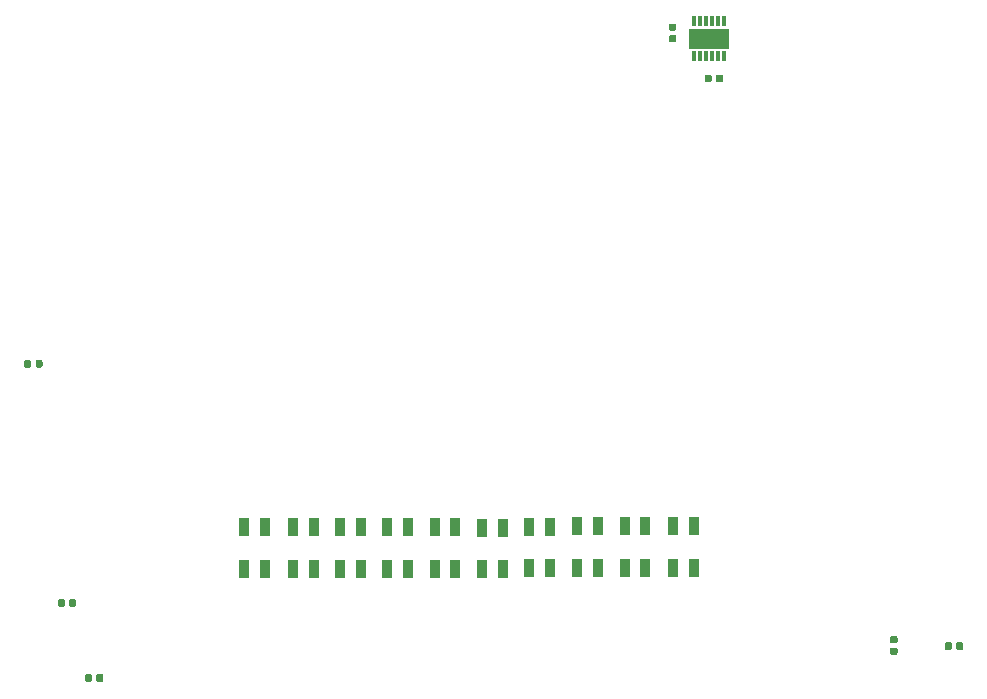
<source format=gbr>
G04 #@! TF.GenerationSoftware,KiCad,Pcbnew,5.1.2-f72e74a~84~ubuntu18.04.1*
G04 #@! TF.CreationDate,2019-09-03T03:43:08+02:00*
G04 #@! TF.ProjectId,myo_shield_pcb,6d796f5f-7368-4696-956c-645f7063622e,rev?*
G04 #@! TF.SameCoordinates,Original*
G04 #@! TF.FileFunction,Paste,Top*
G04 #@! TF.FilePolarity,Positive*
%FSLAX46Y46*%
G04 Gerber Fmt 4.6, Leading zero omitted, Abs format (unit mm)*
G04 Created by KiCad (PCBNEW 5.1.2-f72e74a~84~ubuntu18.04.1) date 2019-09-03 03:43:08*
%MOMM*%
%LPD*%
G04 APERTURE LIST*
%ADD10C,0.025400*%
%ADD11C,0.100000*%
%ADD12C,0.590000*%
%ADD13R,3.403600X1.803400*%
%ADD14R,0.304800X0.812800*%
%ADD15R,0.850000X1.600000*%
G04 APERTURE END LIST*
D10*
G36*
X174953600Y-84164500D02*
G01*
X176455400Y-84164500D01*
X176455400Y-82561100D01*
X174953600Y-82561100D01*
X174953600Y-84164500D01*
G37*
X174953600Y-84164500D02*
X176455400Y-84164500D01*
X176455400Y-82561100D01*
X174953600Y-82561100D01*
X174953600Y-84164500D01*
G36*
X173251800Y-84164500D02*
G01*
X174753600Y-84164500D01*
X174753600Y-82561100D01*
X173251800Y-82561100D01*
X173251800Y-84164500D01*
G37*
X173251800Y-84164500D02*
X174753600Y-84164500D01*
X174753600Y-82561100D01*
X173251800Y-82561100D01*
X173251800Y-84164500D01*
D11*
G36*
X175906958Y-86421710D02*
G01*
X175921276Y-86423834D01*
X175935317Y-86427351D01*
X175948946Y-86432228D01*
X175962031Y-86438417D01*
X175974447Y-86445858D01*
X175986073Y-86454481D01*
X175996798Y-86464202D01*
X176006519Y-86474927D01*
X176015142Y-86486553D01*
X176022583Y-86498969D01*
X176028772Y-86512054D01*
X176033649Y-86525683D01*
X176037166Y-86539724D01*
X176039290Y-86554042D01*
X176040000Y-86568500D01*
X176040000Y-86913500D01*
X176039290Y-86927958D01*
X176037166Y-86942276D01*
X176033649Y-86956317D01*
X176028772Y-86969946D01*
X176022583Y-86983031D01*
X176015142Y-86995447D01*
X176006519Y-87007073D01*
X175996798Y-87017798D01*
X175986073Y-87027519D01*
X175974447Y-87036142D01*
X175962031Y-87043583D01*
X175948946Y-87049772D01*
X175935317Y-87054649D01*
X175921276Y-87058166D01*
X175906958Y-87060290D01*
X175892500Y-87061000D01*
X175597500Y-87061000D01*
X175583042Y-87060290D01*
X175568724Y-87058166D01*
X175554683Y-87054649D01*
X175541054Y-87049772D01*
X175527969Y-87043583D01*
X175515553Y-87036142D01*
X175503927Y-87027519D01*
X175493202Y-87017798D01*
X175483481Y-87007073D01*
X175474858Y-86995447D01*
X175467417Y-86983031D01*
X175461228Y-86969946D01*
X175456351Y-86956317D01*
X175452834Y-86942276D01*
X175450710Y-86927958D01*
X175450000Y-86913500D01*
X175450000Y-86568500D01*
X175450710Y-86554042D01*
X175452834Y-86539724D01*
X175456351Y-86525683D01*
X175461228Y-86512054D01*
X175467417Y-86498969D01*
X175474858Y-86486553D01*
X175483481Y-86474927D01*
X175493202Y-86464202D01*
X175503927Y-86454481D01*
X175515553Y-86445858D01*
X175527969Y-86438417D01*
X175541054Y-86432228D01*
X175554683Y-86427351D01*
X175568724Y-86423834D01*
X175583042Y-86421710D01*
X175597500Y-86421000D01*
X175892500Y-86421000D01*
X175906958Y-86421710D01*
X175906958Y-86421710D01*
G37*
D12*
X175745000Y-86741000D03*
D11*
G36*
X174936958Y-86421710D02*
G01*
X174951276Y-86423834D01*
X174965317Y-86427351D01*
X174978946Y-86432228D01*
X174992031Y-86438417D01*
X175004447Y-86445858D01*
X175016073Y-86454481D01*
X175026798Y-86464202D01*
X175036519Y-86474927D01*
X175045142Y-86486553D01*
X175052583Y-86498969D01*
X175058772Y-86512054D01*
X175063649Y-86525683D01*
X175067166Y-86539724D01*
X175069290Y-86554042D01*
X175070000Y-86568500D01*
X175070000Y-86913500D01*
X175069290Y-86927958D01*
X175067166Y-86942276D01*
X175063649Y-86956317D01*
X175058772Y-86969946D01*
X175052583Y-86983031D01*
X175045142Y-86995447D01*
X175036519Y-87007073D01*
X175026798Y-87017798D01*
X175016073Y-87027519D01*
X175004447Y-87036142D01*
X174992031Y-87043583D01*
X174978946Y-87049772D01*
X174965317Y-87054649D01*
X174951276Y-87058166D01*
X174936958Y-87060290D01*
X174922500Y-87061000D01*
X174627500Y-87061000D01*
X174613042Y-87060290D01*
X174598724Y-87058166D01*
X174584683Y-87054649D01*
X174571054Y-87049772D01*
X174557969Y-87043583D01*
X174545553Y-87036142D01*
X174533927Y-87027519D01*
X174523202Y-87017798D01*
X174513481Y-87007073D01*
X174504858Y-86995447D01*
X174497417Y-86983031D01*
X174491228Y-86969946D01*
X174486351Y-86956317D01*
X174482834Y-86942276D01*
X174480710Y-86927958D01*
X174480000Y-86913500D01*
X174480000Y-86568500D01*
X174480710Y-86554042D01*
X174482834Y-86539724D01*
X174486351Y-86525683D01*
X174491228Y-86512054D01*
X174497417Y-86498969D01*
X174504858Y-86486553D01*
X174513481Y-86474927D01*
X174523202Y-86464202D01*
X174533927Y-86454481D01*
X174545553Y-86445858D01*
X174557969Y-86438417D01*
X174571054Y-86432228D01*
X174584683Y-86427351D01*
X174598724Y-86423834D01*
X174613042Y-86421710D01*
X174627500Y-86421000D01*
X174922500Y-86421000D01*
X174936958Y-86421710D01*
X174936958Y-86421710D01*
G37*
D12*
X174775000Y-86741000D03*
D13*
X174853600Y-83362800D03*
D14*
X173603600Y-81915000D03*
X174103600Y-81915000D03*
X174603600Y-81915000D03*
X175103600Y-81915000D03*
X175603600Y-81915000D03*
X176103600Y-81915000D03*
X176103600Y-84810600D03*
X175603600Y-84810600D03*
X175103600Y-84810600D03*
X174603600Y-84810600D03*
X174103600Y-84810600D03*
X173603600Y-84810600D03*
D11*
G36*
X171967158Y-83068510D02*
G01*
X171981476Y-83070634D01*
X171995517Y-83074151D01*
X172009146Y-83079028D01*
X172022231Y-83085217D01*
X172034647Y-83092658D01*
X172046273Y-83101281D01*
X172056998Y-83111002D01*
X172066719Y-83121727D01*
X172075342Y-83133353D01*
X172082783Y-83145769D01*
X172088972Y-83158854D01*
X172093849Y-83172483D01*
X172097366Y-83186524D01*
X172099490Y-83200842D01*
X172100200Y-83215300D01*
X172100200Y-83510300D01*
X172099490Y-83524758D01*
X172097366Y-83539076D01*
X172093849Y-83553117D01*
X172088972Y-83566746D01*
X172082783Y-83579831D01*
X172075342Y-83592247D01*
X172066719Y-83603873D01*
X172056998Y-83614598D01*
X172046273Y-83624319D01*
X172034647Y-83632942D01*
X172022231Y-83640383D01*
X172009146Y-83646572D01*
X171995517Y-83651449D01*
X171981476Y-83654966D01*
X171967158Y-83657090D01*
X171952700Y-83657800D01*
X171607700Y-83657800D01*
X171593242Y-83657090D01*
X171578924Y-83654966D01*
X171564883Y-83651449D01*
X171551254Y-83646572D01*
X171538169Y-83640383D01*
X171525753Y-83632942D01*
X171514127Y-83624319D01*
X171503402Y-83614598D01*
X171493681Y-83603873D01*
X171485058Y-83592247D01*
X171477617Y-83579831D01*
X171471428Y-83566746D01*
X171466551Y-83553117D01*
X171463034Y-83539076D01*
X171460910Y-83524758D01*
X171460200Y-83510300D01*
X171460200Y-83215300D01*
X171460910Y-83200842D01*
X171463034Y-83186524D01*
X171466551Y-83172483D01*
X171471428Y-83158854D01*
X171477617Y-83145769D01*
X171485058Y-83133353D01*
X171493681Y-83121727D01*
X171503402Y-83111002D01*
X171514127Y-83101281D01*
X171525753Y-83092658D01*
X171538169Y-83085217D01*
X171551254Y-83079028D01*
X171564883Y-83074151D01*
X171578924Y-83070634D01*
X171593242Y-83068510D01*
X171607700Y-83067800D01*
X171952700Y-83067800D01*
X171967158Y-83068510D01*
X171967158Y-83068510D01*
G37*
D12*
X171780200Y-83362800D03*
D11*
G36*
X171967158Y-82098510D02*
G01*
X171981476Y-82100634D01*
X171995517Y-82104151D01*
X172009146Y-82109028D01*
X172022231Y-82115217D01*
X172034647Y-82122658D01*
X172046273Y-82131281D01*
X172056998Y-82141002D01*
X172066719Y-82151727D01*
X172075342Y-82163353D01*
X172082783Y-82175769D01*
X172088972Y-82188854D01*
X172093849Y-82202483D01*
X172097366Y-82216524D01*
X172099490Y-82230842D01*
X172100200Y-82245300D01*
X172100200Y-82540300D01*
X172099490Y-82554758D01*
X172097366Y-82569076D01*
X172093849Y-82583117D01*
X172088972Y-82596746D01*
X172082783Y-82609831D01*
X172075342Y-82622247D01*
X172066719Y-82633873D01*
X172056998Y-82644598D01*
X172046273Y-82654319D01*
X172034647Y-82662942D01*
X172022231Y-82670383D01*
X172009146Y-82676572D01*
X171995517Y-82681449D01*
X171981476Y-82684966D01*
X171967158Y-82687090D01*
X171952700Y-82687800D01*
X171607700Y-82687800D01*
X171593242Y-82687090D01*
X171578924Y-82684966D01*
X171564883Y-82681449D01*
X171551254Y-82676572D01*
X171538169Y-82670383D01*
X171525753Y-82662942D01*
X171514127Y-82654319D01*
X171503402Y-82644598D01*
X171493681Y-82633873D01*
X171485058Y-82622247D01*
X171477617Y-82609831D01*
X171471428Y-82596746D01*
X171466551Y-82583117D01*
X171463034Y-82569076D01*
X171460910Y-82554758D01*
X171460200Y-82540300D01*
X171460200Y-82245300D01*
X171460910Y-82230842D01*
X171463034Y-82216524D01*
X171466551Y-82202483D01*
X171471428Y-82188854D01*
X171477617Y-82175769D01*
X171485058Y-82163353D01*
X171493681Y-82151727D01*
X171503402Y-82141002D01*
X171514127Y-82131281D01*
X171525753Y-82122658D01*
X171538169Y-82115217D01*
X171551254Y-82109028D01*
X171564883Y-82104151D01*
X171578924Y-82100634D01*
X171593242Y-82098510D01*
X171607700Y-82097800D01*
X171952700Y-82097800D01*
X171967158Y-82098510D01*
X171967158Y-82098510D01*
G37*
D12*
X171780200Y-82392800D03*
D15*
X173575000Y-124650000D03*
X171825000Y-124650000D03*
X173575000Y-128150000D03*
X171825000Y-128150000D03*
X169475000Y-124650000D03*
X167725000Y-124650000D03*
X169475000Y-128150000D03*
X167725000Y-128150000D03*
X163675000Y-128150000D03*
X165425000Y-128150000D03*
X163675000Y-124650000D03*
X165425000Y-124650000D03*
X161375000Y-124700000D03*
X159625000Y-124700000D03*
X161375000Y-128200000D03*
X159625000Y-128200000D03*
X155625000Y-128300000D03*
X157375000Y-128300000D03*
X155625000Y-124800000D03*
X157375000Y-124800000D03*
X151625000Y-128250000D03*
X153375000Y-128250000D03*
X151625000Y-124750000D03*
X153375000Y-124750000D03*
X149375000Y-124750000D03*
X147625000Y-124750000D03*
X149375000Y-128250000D03*
X147625000Y-128250000D03*
X143625000Y-128250000D03*
X145375000Y-128250000D03*
X143625000Y-124750000D03*
X145375000Y-124750000D03*
X141375000Y-124750000D03*
X139625000Y-124750000D03*
X141375000Y-128250000D03*
X139625000Y-128250000D03*
X137275000Y-124750000D03*
X135525000Y-124750000D03*
X137275000Y-128250000D03*
X135525000Y-128250000D03*
D11*
G36*
X195276958Y-134480710D02*
G01*
X195291276Y-134482834D01*
X195305317Y-134486351D01*
X195318946Y-134491228D01*
X195332031Y-134497417D01*
X195344447Y-134504858D01*
X195356073Y-134513481D01*
X195366798Y-134523202D01*
X195376519Y-134533927D01*
X195385142Y-134545553D01*
X195392583Y-134557969D01*
X195398772Y-134571054D01*
X195403649Y-134584683D01*
X195407166Y-134598724D01*
X195409290Y-134613042D01*
X195410000Y-134627500D01*
X195410000Y-134972500D01*
X195409290Y-134986958D01*
X195407166Y-135001276D01*
X195403649Y-135015317D01*
X195398772Y-135028946D01*
X195392583Y-135042031D01*
X195385142Y-135054447D01*
X195376519Y-135066073D01*
X195366798Y-135076798D01*
X195356073Y-135086519D01*
X195344447Y-135095142D01*
X195332031Y-135102583D01*
X195318946Y-135108772D01*
X195305317Y-135113649D01*
X195291276Y-135117166D01*
X195276958Y-135119290D01*
X195262500Y-135120000D01*
X194967500Y-135120000D01*
X194953042Y-135119290D01*
X194938724Y-135117166D01*
X194924683Y-135113649D01*
X194911054Y-135108772D01*
X194897969Y-135102583D01*
X194885553Y-135095142D01*
X194873927Y-135086519D01*
X194863202Y-135076798D01*
X194853481Y-135066073D01*
X194844858Y-135054447D01*
X194837417Y-135042031D01*
X194831228Y-135028946D01*
X194826351Y-135015317D01*
X194822834Y-135001276D01*
X194820710Y-134986958D01*
X194820000Y-134972500D01*
X194820000Y-134627500D01*
X194820710Y-134613042D01*
X194822834Y-134598724D01*
X194826351Y-134584683D01*
X194831228Y-134571054D01*
X194837417Y-134557969D01*
X194844858Y-134545553D01*
X194853481Y-134533927D01*
X194863202Y-134523202D01*
X194873927Y-134513481D01*
X194885553Y-134504858D01*
X194897969Y-134497417D01*
X194911054Y-134491228D01*
X194924683Y-134486351D01*
X194938724Y-134482834D01*
X194953042Y-134480710D01*
X194967500Y-134480000D01*
X195262500Y-134480000D01*
X195276958Y-134480710D01*
X195276958Y-134480710D01*
G37*
D12*
X195115000Y-134800000D03*
D11*
G36*
X196246958Y-134480710D02*
G01*
X196261276Y-134482834D01*
X196275317Y-134486351D01*
X196288946Y-134491228D01*
X196302031Y-134497417D01*
X196314447Y-134504858D01*
X196326073Y-134513481D01*
X196336798Y-134523202D01*
X196346519Y-134533927D01*
X196355142Y-134545553D01*
X196362583Y-134557969D01*
X196368772Y-134571054D01*
X196373649Y-134584683D01*
X196377166Y-134598724D01*
X196379290Y-134613042D01*
X196380000Y-134627500D01*
X196380000Y-134972500D01*
X196379290Y-134986958D01*
X196377166Y-135001276D01*
X196373649Y-135015317D01*
X196368772Y-135028946D01*
X196362583Y-135042031D01*
X196355142Y-135054447D01*
X196346519Y-135066073D01*
X196336798Y-135076798D01*
X196326073Y-135086519D01*
X196314447Y-135095142D01*
X196302031Y-135102583D01*
X196288946Y-135108772D01*
X196275317Y-135113649D01*
X196261276Y-135117166D01*
X196246958Y-135119290D01*
X196232500Y-135120000D01*
X195937500Y-135120000D01*
X195923042Y-135119290D01*
X195908724Y-135117166D01*
X195894683Y-135113649D01*
X195881054Y-135108772D01*
X195867969Y-135102583D01*
X195855553Y-135095142D01*
X195843927Y-135086519D01*
X195833202Y-135076798D01*
X195823481Y-135066073D01*
X195814858Y-135054447D01*
X195807417Y-135042031D01*
X195801228Y-135028946D01*
X195796351Y-135015317D01*
X195792834Y-135001276D01*
X195790710Y-134986958D01*
X195790000Y-134972500D01*
X195790000Y-134627500D01*
X195790710Y-134613042D01*
X195792834Y-134598724D01*
X195796351Y-134584683D01*
X195801228Y-134571054D01*
X195807417Y-134557969D01*
X195814858Y-134545553D01*
X195823481Y-134533927D01*
X195833202Y-134523202D01*
X195843927Y-134513481D01*
X195855553Y-134504858D01*
X195867969Y-134497417D01*
X195881054Y-134491228D01*
X195894683Y-134486351D01*
X195908724Y-134482834D01*
X195923042Y-134480710D01*
X195937500Y-134480000D01*
X196232500Y-134480000D01*
X196246958Y-134480710D01*
X196246958Y-134480710D01*
G37*
D12*
X196085000Y-134800000D03*
D11*
G36*
X190686958Y-134940710D02*
G01*
X190701276Y-134942834D01*
X190715317Y-134946351D01*
X190728946Y-134951228D01*
X190742031Y-134957417D01*
X190754447Y-134964858D01*
X190766073Y-134973481D01*
X190776798Y-134983202D01*
X190786519Y-134993927D01*
X190795142Y-135005553D01*
X190802583Y-135017969D01*
X190808772Y-135031054D01*
X190813649Y-135044683D01*
X190817166Y-135058724D01*
X190819290Y-135073042D01*
X190820000Y-135087500D01*
X190820000Y-135382500D01*
X190819290Y-135396958D01*
X190817166Y-135411276D01*
X190813649Y-135425317D01*
X190808772Y-135438946D01*
X190802583Y-135452031D01*
X190795142Y-135464447D01*
X190786519Y-135476073D01*
X190776798Y-135486798D01*
X190766073Y-135496519D01*
X190754447Y-135505142D01*
X190742031Y-135512583D01*
X190728946Y-135518772D01*
X190715317Y-135523649D01*
X190701276Y-135527166D01*
X190686958Y-135529290D01*
X190672500Y-135530000D01*
X190327500Y-135530000D01*
X190313042Y-135529290D01*
X190298724Y-135527166D01*
X190284683Y-135523649D01*
X190271054Y-135518772D01*
X190257969Y-135512583D01*
X190245553Y-135505142D01*
X190233927Y-135496519D01*
X190223202Y-135486798D01*
X190213481Y-135476073D01*
X190204858Y-135464447D01*
X190197417Y-135452031D01*
X190191228Y-135438946D01*
X190186351Y-135425317D01*
X190182834Y-135411276D01*
X190180710Y-135396958D01*
X190180000Y-135382500D01*
X190180000Y-135087500D01*
X190180710Y-135073042D01*
X190182834Y-135058724D01*
X190186351Y-135044683D01*
X190191228Y-135031054D01*
X190197417Y-135017969D01*
X190204858Y-135005553D01*
X190213481Y-134993927D01*
X190223202Y-134983202D01*
X190233927Y-134973481D01*
X190245553Y-134964858D01*
X190257969Y-134957417D01*
X190271054Y-134951228D01*
X190284683Y-134946351D01*
X190298724Y-134942834D01*
X190313042Y-134940710D01*
X190327500Y-134940000D01*
X190672500Y-134940000D01*
X190686958Y-134940710D01*
X190686958Y-134940710D01*
G37*
D12*
X190500000Y-135235000D03*
D11*
G36*
X190686958Y-133970710D02*
G01*
X190701276Y-133972834D01*
X190715317Y-133976351D01*
X190728946Y-133981228D01*
X190742031Y-133987417D01*
X190754447Y-133994858D01*
X190766073Y-134003481D01*
X190776798Y-134013202D01*
X190786519Y-134023927D01*
X190795142Y-134035553D01*
X190802583Y-134047969D01*
X190808772Y-134061054D01*
X190813649Y-134074683D01*
X190817166Y-134088724D01*
X190819290Y-134103042D01*
X190820000Y-134117500D01*
X190820000Y-134412500D01*
X190819290Y-134426958D01*
X190817166Y-134441276D01*
X190813649Y-134455317D01*
X190808772Y-134468946D01*
X190802583Y-134482031D01*
X190795142Y-134494447D01*
X190786519Y-134506073D01*
X190776798Y-134516798D01*
X190766073Y-134526519D01*
X190754447Y-134535142D01*
X190742031Y-134542583D01*
X190728946Y-134548772D01*
X190715317Y-134553649D01*
X190701276Y-134557166D01*
X190686958Y-134559290D01*
X190672500Y-134560000D01*
X190327500Y-134560000D01*
X190313042Y-134559290D01*
X190298724Y-134557166D01*
X190284683Y-134553649D01*
X190271054Y-134548772D01*
X190257969Y-134542583D01*
X190245553Y-134535142D01*
X190233927Y-134526519D01*
X190223202Y-134516798D01*
X190213481Y-134506073D01*
X190204858Y-134494447D01*
X190197417Y-134482031D01*
X190191228Y-134468946D01*
X190186351Y-134455317D01*
X190182834Y-134441276D01*
X190180710Y-134426958D01*
X190180000Y-134412500D01*
X190180000Y-134117500D01*
X190180710Y-134103042D01*
X190182834Y-134088724D01*
X190186351Y-134074683D01*
X190191228Y-134061054D01*
X190197417Y-134047969D01*
X190204858Y-134035553D01*
X190213481Y-134023927D01*
X190223202Y-134013202D01*
X190233927Y-134003481D01*
X190245553Y-133994858D01*
X190257969Y-133987417D01*
X190271054Y-133981228D01*
X190284683Y-133976351D01*
X190298724Y-133972834D01*
X190313042Y-133970710D01*
X190327500Y-133970000D01*
X190672500Y-133970000D01*
X190686958Y-133970710D01*
X190686958Y-133970710D01*
G37*
D12*
X190500000Y-134265000D03*
D11*
G36*
X123446958Y-137180710D02*
G01*
X123461276Y-137182834D01*
X123475317Y-137186351D01*
X123488946Y-137191228D01*
X123502031Y-137197417D01*
X123514447Y-137204858D01*
X123526073Y-137213481D01*
X123536798Y-137223202D01*
X123546519Y-137233927D01*
X123555142Y-137245553D01*
X123562583Y-137257969D01*
X123568772Y-137271054D01*
X123573649Y-137284683D01*
X123577166Y-137298724D01*
X123579290Y-137313042D01*
X123580000Y-137327500D01*
X123580000Y-137672500D01*
X123579290Y-137686958D01*
X123577166Y-137701276D01*
X123573649Y-137715317D01*
X123568772Y-137728946D01*
X123562583Y-137742031D01*
X123555142Y-137754447D01*
X123546519Y-137766073D01*
X123536798Y-137776798D01*
X123526073Y-137786519D01*
X123514447Y-137795142D01*
X123502031Y-137802583D01*
X123488946Y-137808772D01*
X123475317Y-137813649D01*
X123461276Y-137817166D01*
X123446958Y-137819290D01*
X123432500Y-137820000D01*
X123137500Y-137820000D01*
X123123042Y-137819290D01*
X123108724Y-137817166D01*
X123094683Y-137813649D01*
X123081054Y-137808772D01*
X123067969Y-137802583D01*
X123055553Y-137795142D01*
X123043927Y-137786519D01*
X123033202Y-137776798D01*
X123023481Y-137766073D01*
X123014858Y-137754447D01*
X123007417Y-137742031D01*
X123001228Y-137728946D01*
X122996351Y-137715317D01*
X122992834Y-137701276D01*
X122990710Y-137686958D01*
X122990000Y-137672500D01*
X122990000Y-137327500D01*
X122990710Y-137313042D01*
X122992834Y-137298724D01*
X122996351Y-137284683D01*
X123001228Y-137271054D01*
X123007417Y-137257969D01*
X123014858Y-137245553D01*
X123023481Y-137233927D01*
X123033202Y-137223202D01*
X123043927Y-137213481D01*
X123055553Y-137204858D01*
X123067969Y-137197417D01*
X123081054Y-137191228D01*
X123094683Y-137186351D01*
X123108724Y-137182834D01*
X123123042Y-137180710D01*
X123137500Y-137180000D01*
X123432500Y-137180000D01*
X123446958Y-137180710D01*
X123446958Y-137180710D01*
G37*
D12*
X123285000Y-137500000D03*
D11*
G36*
X122476958Y-137180710D02*
G01*
X122491276Y-137182834D01*
X122505317Y-137186351D01*
X122518946Y-137191228D01*
X122532031Y-137197417D01*
X122544447Y-137204858D01*
X122556073Y-137213481D01*
X122566798Y-137223202D01*
X122576519Y-137233927D01*
X122585142Y-137245553D01*
X122592583Y-137257969D01*
X122598772Y-137271054D01*
X122603649Y-137284683D01*
X122607166Y-137298724D01*
X122609290Y-137313042D01*
X122610000Y-137327500D01*
X122610000Y-137672500D01*
X122609290Y-137686958D01*
X122607166Y-137701276D01*
X122603649Y-137715317D01*
X122598772Y-137728946D01*
X122592583Y-137742031D01*
X122585142Y-137754447D01*
X122576519Y-137766073D01*
X122566798Y-137776798D01*
X122556073Y-137786519D01*
X122544447Y-137795142D01*
X122532031Y-137802583D01*
X122518946Y-137808772D01*
X122505317Y-137813649D01*
X122491276Y-137817166D01*
X122476958Y-137819290D01*
X122462500Y-137820000D01*
X122167500Y-137820000D01*
X122153042Y-137819290D01*
X122138724Y-137817166D01*
X122124683Y-137813649D01*
X122111054Y-137808772D01*
X122097969Y-137802583D01*
X122085553Y-137795142D01*
X122073927Y-137786519D01*
X122063202Y-137776798D01*
X122053481Y-137766073D01*
X122044858Y-137754447D01*
X122037417Y-137742031D01*
X122031228Y-137728946D01*
X122026351Y-137715317D01*
X122022834Y-137701276D01*
X122020710Y-137686958D01*
X122020000Y-137672500D01*
X122020000Y-137327500D01*
X122020710Y-137313042D01*
X122022834Y-137298724D01*
X122026351Y-137284683D01*
X122031228Y-137271054D01*
X122037417Y-137257969D01*
X122044858Y-137245553D01*
X122053481Y-137233927D01*
X122063202Y-137223202D01*
X122073927Y-137213481D01*
X122085553Y-137204858D01*
X122097969Y-137197417D01*
X122111054Y-137191228D01*
X122124683Y-137186351D01*
X122138724Y-137182834D01*
X122153042Y-137180710D01*
X122167500Y-137180000D01*
X122462500Y-137180000D01*
X122476958Y-137180710D01*
X122476958Y-137180710D01*
G37*
D12*
X122315000Y-137500000D03*
D11*
G36*
X120176958Y-130830710D02*
G01*
X120191276Y-130832834D01*
X120205317Y-130836351D01*
X120218946Y-130841228D01*
X120232031Y-130847417D01*
X120244447Y-130854858D01*
X120256073Y-130863481D01*
X120266798Y-130873202D01*
X120276519Y-130883927D01*
X120285142Y-130895553D01*
X120292583Y-130907969D01*
X120298772Y-130921054D01*
X120303649Y-130934683D01*
X120307166Y-130948724D01*
X120309290Y-130963042D01*
X120310000Y-130977500D01*
X120310000Y-131322500D01*
X120309290Y-131336958D01*
X120307166Y-131351276D01*
X120303649Y-131365317D01*
X120298772Y-131378946D01*
X120292583Y-131392031D01*
X120285142Y-131404447D01*
X120276519Y-131416073D01*
X120266798Y-131426798D01*
X120256073Y-131436519D01*
X120244447Y-131445142D01*
X120232031Y-131452583D01*
X120218946Y-131458772D01*
X120205317Y-131463649D01*
X120191276Y-131467166D01*
X120176958Y-131469290D01*
X120162500Y-131470000D01*
X119867500Y-131470000D01*
X119853042Y-131469290D01*
X119838724Y-131467166D01*
X119824683Y-131463649D01*
X119811054Y-131458772D01*
X119797969Y-131452583D01*
X119785553Y-131445142D01*
X119773927Y-131436519D01*
X119763202Y-131426798D01*
X119753481Y-131416073D01*
X119744858Y-131404447D01*
X119737417Y-131392031D01*
X119731228Y-131378946D01*
X119726351Y-131365317D01*
X119722834Y-131351276D01*
X119720710Y-131336958D01*
X119720000Y-131322500D01*
X119720000Y-130977500D01*
X119720710Y-130963042D01*
X119722834Y-130948724D01*
X119726351Y-130934683D01*
X119731228Y-130921054D01*
X119737417Y-130907969D01*
X119744858Y-130895553D01*
X119753481Y-130883927D01*
X119763202Y-130873202D01*
X119773927Y-130863481D01*
X119785553Y-130854858D01*
X119797969Y-130847417D01*
X119811054Y-130841228D01*
X119824683Y-130836351D01*
X119838724Y-130832834D01*
X119853042Y-130830710D01*
X119867500Y-130830000D01*
X120162500Y-130830000D01*
X120176958Y-130830710D01*
X120176958Y-130830710D01*
G37*
D12*
X120015000Y-131150000D03*
D11*
G36*
X121146958Y-130830710D02*
G01*
X121161276Y-130832834D01*
X121175317Y-130836351D01*
X121188946Y-130841228D01*
X121202031Y-130847417D01*
X121214447Y-130854858D01*
X121226073Y-130863481D01*
X121236798Y-130873202D01*
X121246519Y-130883927D01*
X121255142Y-130895553D01*
X121262583Y-130907969D01*
X121268772Y-130921054D01*
X121273649Y-130934683D01*
X121277166Y-130948724D01*
X121279290Y-130963042D01*
X121280000Y-130977500D01*
X121280000Y-131322500D01*
X121279290Y-131336958D01*
X121277166Y-131351276D01*
X121273649Y-131365317D01*
X121268772Y-131378946D01*
X121262583Y-131392031D01*
X121255142Y-131404447D01*
X121246519Y-131416073D01*
X121236798Y-131426798D01*
X121226073Y-131436519D01*
X121214447Y-131445142D01*
X121202031Y-131452583D01*
X121188946Y-131458772D01*
X121175317Y-131463649D01*
X121161276Y-131467166D01*
X121146958Y-131469290D01*
X121132500Y-131470000D01*
X120837500Y-131470000D01*
X120823042Y-131469290D01*
X120808724Y-131467166D01*
X120794683Y-131463649D01*
X120781054Y-131458772D01*
X120767969Y-131452583D01*
X120755553Y-131445142D01*
X120743927Y-131436519D01*
X120733202Y-131426798D01*
X120723481Y-131416073D01*
X120714858Y-131404447D01*
X120707417Y-131392031D01*
X120701228Y-131378946D01*
X120696351Y-131365317D01*
X120692834Y-131351276D01*
X120690710Y-131336958D01*
X120690000Y-131322500D01*
X120690000Y-130977500D01*
X120690710Y-130963042D01*
X120692834Y-130948724D01*
X120696351Y-130934683D01*
X120701228Y-130921054D01*
X120707417Y-130907969D01*
X120714858Y-130895553D01*
X120723481Y-130883927D01*
X120733202Y-130873202D01*
X120743927Y-130863481D01*
X120755553Y-130854858D01*
X120767969Y-130847417D01*
X120781054Y-130841228D01*
X120794683Y-130836351D01*
X120808724Y-130832834D01*
X120823042Y-130830710D01*
X120837500Y-130830000D01*
X121132500Y-130830000D01*
X121146958Y-130830710D01*
X121146958Y-130830710D01*
G37*
D12*
X120985000Y-131150000D03*
D11*
G36*
X117326958Y-110580710D02*
G01*
X117341276Y-110582834D01*
X117355317Y-110586351D01*
X117368946Y-110591228D01*
X117382031Y-110597417D01*
X117394447Y-110604858D01*
X117406073Y-110613481D01*
X117416798Y-110623202D01*
X117426519Y-110633927D01*
X117435142Y-110645553D01*
X117442583Y-110657969D01*
X117448772Y-110671054D01*
X117453649Y-110684683D01*
X117457166Y-110698724D01*
X117459290Y-110713042D01*
X117460000Y-110727500D01*
X117460000Y-111072500D01*
X117459290Y-111086958D01*
X117457166Y-111101276D01*
X117453649Y-111115317D01*
X117448772Y-111128946D01*
X117442583Y-111142031D01*
X117435142Y-111154447D01*
X117426519Y-111166073D01*
X117416798Y-111176798D01*
X117406073Y-111186519D01*
X117394447Y-111195142D01*
X117382031Y-111202583D01*
X117368946Y-111208772D01*
X117355317Y-111213649D01*
X117341276Y-111217166D01*
X117326958Y-111219290D01*
X117312500Y-111220000D01*
X117017500Y-111220000D01*
X117003042Y-111219290D01*
X116988724Y-111217166D01*
X116974683Y-111213649D01*
X116961054Y-111208772D01*
X116947969Y-111202583D01*
X116935553Y-111195142D01*
X116923927Y-111186519D01*
X116913202Y-111176798D01*
X116903481Y-111166073D01*
X116894858Y-111154447D01*
X116887417Y-111142031D01*
X116881228Y-111128946D01*
X116876351Y-111115317D01*
X116872834Y-111101276D01*
X116870710Y-111086958D01*
X116870000Y-111072500D01*
X116870000Y-110727500D01*
X116870710Y-110713042D01*
X116872834Y-110698724D01*
X116876351Y-110684683D01*
X116881228Y-110671054D01*
X116887417Y-110657969D01*
X116894858Y-110645553D01*
X116903481Y-110633927D01*
X116913202Y-110623202D01*
X116923927Y-110613481D01*
X116935553Y-110604858D01*
X116947969Y-110597417D01*
X116961054Y-110591228D01*
X116974683Y-110586351D01*
X116988724Y-110582834D01*
X117003042Y-110580710D01*
X117017500Y-110580000D01*
X117312500Y-110580000D01*
X117326958Y-110580710D01*
X117326958Y-110580710D01*
G37*
D12*
X117165000Y-110900000D03*
D11*
G36*
X118296958Y-110580710D02*
G01*
X118311276Y-110582834D01*
X118325317Y-110586351D01*
X118338946Y-110591228D01*
X118352031Y-110597417D01*
X118364447Y-110604858D01*
X118376073Y-110613481D01*
X118386798Y-110623202D01*
X118396519Y-110633927D01*
X118405142Y-110645553D01*
X118412583Y-110657969D01*
X118418772Y-110671054D01*
X118423649Y-110684683D01*
X118427166Y-110698724D01*
X118429290Y-110713042D01*
X118430000Y-110727500D01*
X118430000Y-111072500D01*
X118429290Y-111086958D01*
X118427166Y-111101276D01*
X118423649Y-111115317D01*
X118418772Y-111128946D01*
X118412583Y-111142031D01*
X118405142Y-111154447D01*
X118396519Y-111166073D01*
X118386798Y-111176798D01*
X118376073Y-111186519D01*
X118364447Y-111195142D01*
X118352031Y-111202583D01*
X118338946Y-111208772D01*
X118325317Y-111213649D01*
X118311276Y-111217166D01*
X118296958Y-111219290D01*
X118282500Y-111220000D01*
X117987500Y-111220000D01*
X117973042Y-111219290D01*
X117958724Y-111217166D01*
X117944683Y-111213649D01*
X117931054Y-111208772D01*
X117917969Y-111202583D01*
X117905553Y-111195142D01*
X117893927Y-111186519D01*
X117883202Y-111176798D01*
X117873481Y-111166073D01*
X117864858Y-111154447D01*
X117857417Y-111142031D01*
X117851228Y-111128946D01*
X117846351Y-111115317D01*
X117842834Y-111101276D01*
X117840710Y-111086958D01*
X117840000Y-111072500D01*
X117840000Y-110727500D01*
X117840710Y-110713042D01*
X117842834Y-110698724D01*
X117846351Y-110684683D01*
X117851228Y-110671054D01*
X117857417Y-110657969D01*
X117864858Y-110645553D01*
X117873481Y-110633927D01*
X117883202Y-110623202D01*
X117893927Y-110613481D01*
X117905553Y-110604858D01*
X117917969Y-110597417D01*
X117931054Y-110591228D01*
X117944683Y-110586351D01*
X117958724Y-110582834D01*
X117973042Y-110580710D01*
X117987500Y-110580000D01*
X118282500Y-110580000D01*
X118296958Y-110580710D01*
X118296958Y-110580710D01*
G37*
D12*
X118135000Y-110900000D03*
M02*

</source>
